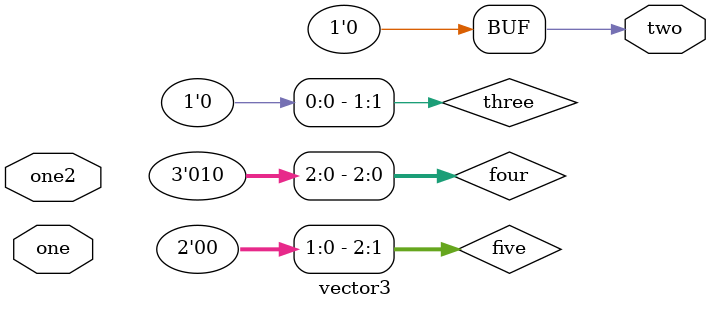
<source format=v>
module vector3(
  input wire one,
  input wire one2,
  output reg two
  );
  parameter bob = 5;
  parameter charles = 0;
  
  reg [bob:0] three;
  reg [bob-1:0] four;
  reg [bob-1:charles+1] five;
  
  always@(one)begin
    two = 0;
    three[1] = 0;
    four[2:0] = 0;
    five[2:0] = 1; // will need to be checked
  end
  
  always@(one2)begin
    four[1] = 1;
  end

endmodule





</source>
